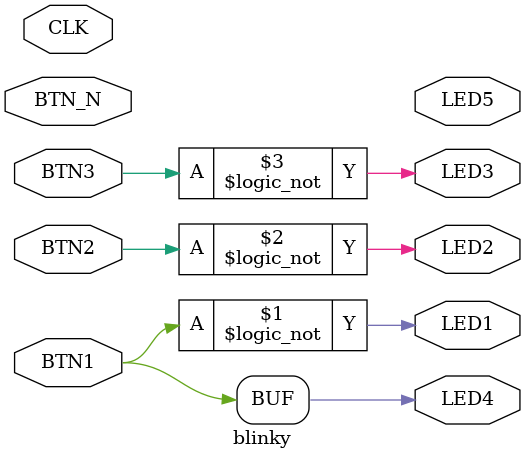
<source format=v>
module blinky (
    input  CLK,

    output LED1,
    output LED2,
    output LED3,
    output LED4,
    output LED5,

    input BTN_N,
    input BTN1,
    input BTN2,
    input BTN3
);
    assign LED1 = !BTN1;
    assign LED2 = !BTN2;
    assign LED3 = !BTN3;
    assign LED4 = BTN1;

    // localparam LEDS = 5;
    // localparam LOG2DELAY = 22;

    // reg [LEDS+LOG2DELAY-1:0] counter = 0;
    // reg [LEDS-1:0] outs;

    // always @(posedge CLK) begin
    //     counter <= counter + {!BTN_N, BTN1, BTN2, BTN3, 1'b0} + 1;
    // end

    // always @(*)
    //     case (counter[LOG2DELAY+2:LOG2DELAY])
    //         3'd0: outs = 5'b00001;
    //         3'd1: outs = 5'b01000;
    //         3'd2: outs = 5'b00010;
    //         3'd3: outs = 5'b00100;

    //         3'd4: outs = 5'b10001;
    //         3'd5: outs = 5'b11000;
    //         3'd6: outs = 5'b10010;
    //         3'd7: outs = 5'b10100;
    //     endcase

    // assign {LED1, LED2, LED3, LED4, LED5} = outs;
endmodule

</source>
